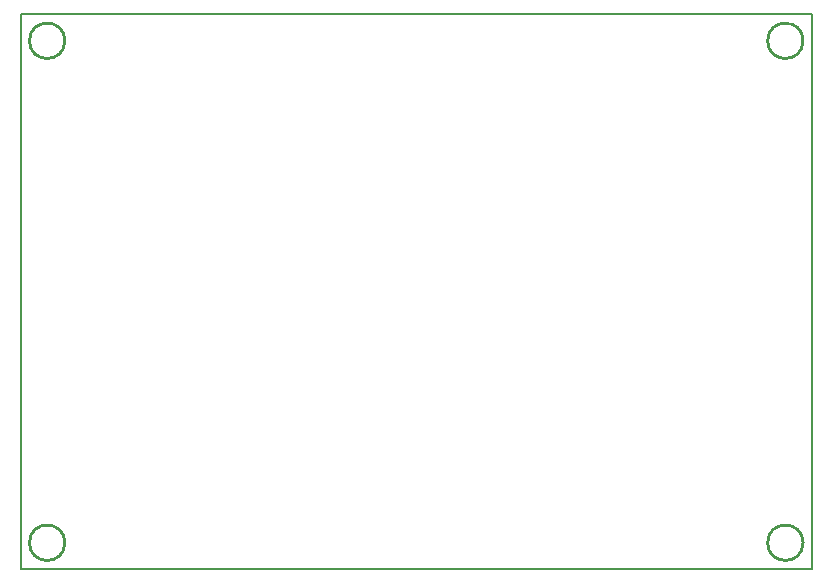
<source format=gm1>
%FSLAX25Y25*%
%MOIN*%
G70*
G01*
G75*
G04 Layer_Color=16711935*
%ADD10R,0.02756X0.03347*%
%ADD11R,0.04724X0.04331*%
%ADD12R,0.07874X0.07874*%
%ADD13O,0.08661X0.02362*%
%ADD14R,0.08071X0.09055*%
%ADD15O,0.05500X0.02500*%
%ADD16R,0.05500X0.02500*%
%ADD17R,0.04724X0.14567*%
%ADD18R,0.07559X0.25590*%
%ADD19R,0.06000X0.05000*%
%ADD20R,0.10630X0.03937*%
%ADD21O,0.00787X0.02559*%
%ADD22O,0.02559X0.00787*%
%ADD23R,0.15748X0.15748*%
%ADD24R,0.03347X0.02756*%
%ADD25O,0.02500X0.05500*%
%ADD26R,0.02500X0.05500*%
%ADD27R,0.05000X0.06000*%
%ADD28C,0.03000*%
%ADD29C,0.05000*%
%ADD30C,0.00600*%
%ADD31C,0.00800*%
%ADD32C,0.02000*%
%ADD33C,0.01000*%
%ADD34C,0.01500*%
%ADD35C,0.04000*%
%ADD36R,0.07284X0.19685*%
%ADD37R,0.06800X0.04000*%
%ADD38C,0.00500*%
%ADD39O,0.04724X0.06299*%
%ADD40R,0.04724X0.06299*%
%ADD41C,0.08661*%
%ADD42C,0.03150*%
%ADD43O,0.05906X0.09843*%
%ADD44R,0.05906X0.09843*%
%ADD45C,0.04724*%
%ADD46O,0.09252X0.07087*%
%ADD47O,0.05315X0.12205*%
%ADD48R,0.13386X0.04724*%
%ADD49R,0.04724X0.13386*%
%ADD50C,0.03000*%
%ADD51C,0.04000*%
%ADD52C,0.02000*%
%ADD53C,0.02598*%
%ADD54R,0.02362X0.02362*%
%ADD55R,0.15000X0.11400*%
%ADD56C,0.00984*%
%ADD57C,0.00394*%
%ADD58C,0.00591*%
%ADD59C,0.00787*%
%ADD60R,0.03556X0.04147*%
%ADD61R,0.05524X0.05131*%
%ADD62R,0.08674X0.08674*%
%ADD63O,0.09461X0.03162*%
%ADD64R,0.08871X0.09855*%
%ADD65O,0.06300X0.03300*%
%ADD66R,0.06300X0.03300*%
%ADD67R,0.05524X0.15367*%
%ADD68R,0.08359X0.26391*%
%ADD69R,0.06800X0.05800*%
%ADD70R,0.11430X0.04737*%
%ADD71R,0.00800X0.00800*%
%ADD72R,0.00800X0.00800*%
%ADD73O,0.01587X0.03359*%
%ADD74O,0.03359X0.01587*%
%ADD75R,0.16548X0.16548*%
%ADD76R,0.04147X0.03556*%
%ADD77O,0.03300X0.06300*%
%ADD78R,0.03300X0.06300*%
%ADD79R,0.05800X0.06800*%
%ADD80O,0.05524X0.07099*%
%ADD81R,0.05524X0.07099*%
%ADD82C,0.09461*%
%ADD83C,0.03950*%
%ADD84O,0.06706X0.10642*%
%ADD85R,0.06706X0.10642*%
%ADD86C,0.05524*%
%ADD87O,0.10052X0.07887*%
%ADD88O,0.06115X0.13005*%
%ADD89R,0.14186X0.05524*%
%ADD90R,0.05524X0.14186*%
%ADD91R,0.03162X0.03162*%
%ADD92C,0.03398*%
D33*
X14764Y-8858D02*
G03*
X14764Y-8858I-5906J0D01*
G01*
Y-176181D02*
G03*
X14764Y-176181I-5906J0D01*
G01*
X260827Y-8858D02*
G03*
X260827Y-8858I-5906J0D01*
G01*
Y-176181D02*
G03*
X260827Y-176181I-5906J0D01*
G01*
X14764Y-8858D02*
G03*
X14764Y-8858I-5906J0D01*
G01*
Y-176181D02*
G03*
X14764Y-176181I-5906J0D01*
G01*
X260827Y-8858D02*
G03*
X260827Y-8858I-5906J0D01*
G01*
Y-176181D02*
G03*
X260827Y-176181I-5906J0D01*
G01*
D38*
X0Y0D02*
X263779D01*
X0Y-185039D02*
Y0D01*
X263779Y-185039D02*
Y0D01*
X0Y-185039D02*
X263779D01*
X0Y0D02*
X263779D01*
X0Y-185039D02*
Y0D01*
X263779Y-185039D02*
Y0D01*
X0Y-185039D02*
X263779D01*
M02*

</source>
